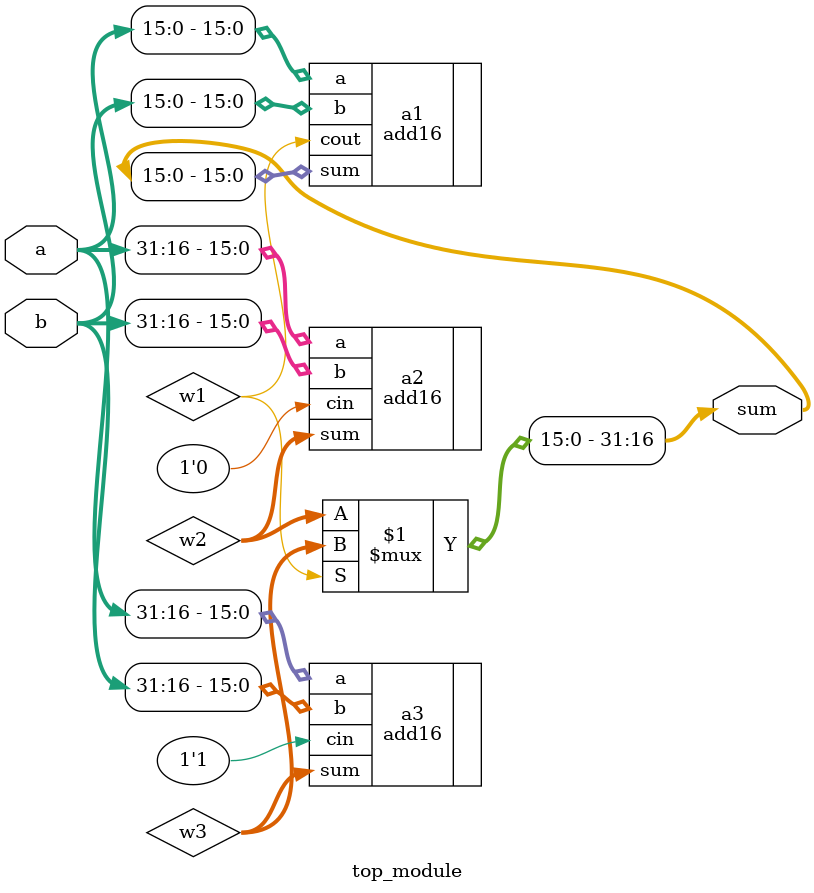
<source format=v>
module top_module(
    input [31:0] a,
    input [31:0] b,
    output [31:0] sum
);
    wire w1;
    wire [15:0]w2,w3;
    add16 a1 (.a(a[15:0]),.b(b[15:0]) ,.sum(sum[15:0]),.cout(w1)    );
    add16 a2 (.a(a[31:16]),.b(b[31:16]),.sum(w2),.cin(1'b0)    );
    add16 a3 (.a(a[31:16]),.b(b[31:16]),.sum(w3),.cin(1'b1)    );
    
    wire y ;
    
    assign sum[31:16] = (w1 ? w3 :w2 );
    
    
    
    

endmodule

</source>
